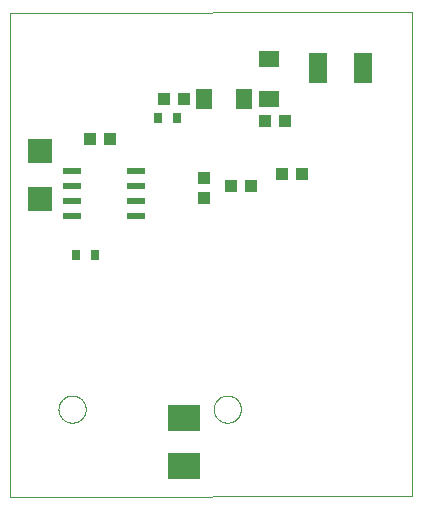
<source format=gtp>
G75*
%MOIN*%
%OFA0B0*%
%FSLAX25Y25*%
%IPPOS*%
%LPD*%
%AMOC8*
5,1,8,0,0,1.08239X$1,22.5*
%
%ADD10C,0.00000*%
%ADD11R,0.06000X0.10000*%
%ADD12R,0.03000X0.03800*%
%ADD13R,0.07874X0.07874*%
%ADD14R,0.11000X0.09000*%
%ADD15R,0.03937X0.04331*%
%ADD16R,0.04331X0.03937*%
%ADD17R,0.06300X0.02400*%
%ADD18R,0.07087X0.05512*%
%ADD19R,0.05512X0.07087*%
D10*
X0002200Y0012366D02*
X0002200Y0173783D01*
X0136255Y0173980D01*
X0136255Y0012563D01*
X0002200Y0012366D01*
X0018341Y0041618D02*
X0018343Y0041752D01*
X0018349Y0041886D01*
X0018359Y0042020D01*
X0018373Y0042154D01*
X0018391Y0042287D01*
X0018412Y0042419D01*
X0018438Y0042551D01*
X0018468Y0042682D01*
X0018501Y0042812D01*
X0018538Y0042940D01*
X0018580Y0043068D01*
X0018624Y0043195D01*
X0018673Y0043320D01*
X0018725Y0043443D01*
X0018781Y0043565D01*
X0018841Y0043686D01*
X0018904Y0043804D01*
X0018970Y0043921D01*
X0019040Y0044035D01*
X0019113Y0044148D01*
X0019190Y0044258D01*
X0019270Y0044366D01*
X0019353Y0044471D01*
X0019439Y0044574D01*
X0019528Y0044674D01*
X0019620Y0044772D01*
X0019715Y0044867D01*
X0019813Y0044959D01*
X0019913Y0045048D01*
X0020016Y0045134D01*
X0020121Y0045217D01*
X0020229Y0045297D01*
X0020339Y0045374D01*
X0020452Y0045447D01*
X0020566Y0045517D01*
X0020683Y0045583D01*
X0020801Y0045646D01*
X0020922Y0045706D01*
X0021044Y0045762D01*
X0021167Y0045814D01*
X0021292Y0045863D01*
X0021419Y0045907D01*
X0021547Y0045949D01*
X0021675Y0045986D01*
X0021805Y0046019D01*
X0021936Y0046049D01*
X0022068Y0046075D01*
X0022200Y0046096D01*
X0022333Y0046114D01*
X0022467Y0046128D01*
X0022601Y0046138D01*
X0022735Y0046144D01*
X0022869Y0046146D01*
X0023003Y0046144D01*
X0023137Y0046138D01*
X0023271Y0046128D01*
X0023405Y0046114D01*
X0023538Y0046096D01*
X0023670Y0046075D01*
X0023802Y0046049D01*
X0023933Y0046019D01*
X0024063Y0045986D01*
X0024191Y0045949D01*
X0024319Y0045907D01*
X0024446Y0045863D01*
X0024571Y0045814D01*
X0024694Y0045762D01*
X0024816Y0045706D01*
X0024937Y0045646D01*
X0025055Y0045583D01*
X0025172Y0045517D01*
X0025286Y0045447D01*
X0025399Y0045374D01*
X0025509Y0045297D01*
X0025617Y0045217D01*
X0025722Y0045134D01*
X0025825Y0045048D01*
X0025925Y0044959D01*
X0026023Y0044867D01*
X0026118Y0044772D01*
X0026210Y0044674D01*
X0026299Y0044574D01*
X0026385Y0044471D01*
X0026468Y0044366D01*
X0026548Y0044258D01*
X0026625Y0044148D01*
X0026698Y0044035D01*
X0026768Y0043921D01*
X0026834Y0043804D01*
X0026897Y0043686D01*
X0026957Y0043565D01*
X0027013Y0043443D01*
X0027065Y0043320D01*
X0027114Y0043195D01*
X0027158Y0043068D01*
X0027200Y0042940D01*
X0027237Y0042812D01*
X0027270Y0042682D01*
X0027300Y0042551D01*
X0027326Y0042419D01*
X0027347Y0042287D01*
X0027365Y0042154D01*
X0027379Y0042020D01*
X0027389Y0041886D01*
X0027395Y0041752D01*
X0027397Y0041618D01*
X0027395Y0041484D01*
X0027389Y0041350D01*
X0027379Y0041216D01*
X0027365Y0041082D01*
X0027347Y0040949D01*
X0027326Y0040817D01*
X0027300Y0040685D01*
X0027270Y0040554D01*
X0027237Y0040424D01*
X0027200Y0040296D01*
X0027158Y0040168D01*
X0027114Y0040041D01*
X0027065Y0039916D01*
X0027013Y0039793D01*
X0026957Y0039671D01*
X0026897Y0039550D01*
X0026834Y0039432D01*
X0026768Y0039315D01*
X0026698Y0039201D01*
X0026625Y0039088D01*
X0026548Y0038978D01*
X0026468Y0038870D01*
X0026385Y0038765D01*
X0026299Y0038662D01*
X0026210Y0038562D01*
X0026118Y0038464D01*
X0026023Y0038369D01*
X0025925Y0038277D01*
X0025825Y0038188D01*
X0025722Y0038102D01*
X0025617Y0038019D01*
X0025509Y0037939D01*
X0025399Y0037862D01*
X0025286Y0037789D01*
X0025172Y0037719D01*
X0025055Y0037653D01*
X0024937Y0037590D01*
X0024816Y0037530D01*
X0024694Y0037474D01*
X0024571Y0037422D01*
X0024446Y0037373D01*
X0024319Y0037329D01*
X0024191Y0037287D01*
X0024063Y0037250D01*
X0023933Y0037217D01*
X0023802Y0037187D01*
X0023670Y0037161D01*
X0023538Y0037140D01*
X0023405Y0037122D01*
X0023271Y0037108D01*
X0023137Y0037098D01*
X0023003Y0037092D01*
X0022869Y0037090D01*
X0022735Y0037092D01*
X0022601Y0037098D01*
X0022467Y0037108D01*
X0022333Y0037122D01*
X0022200Y0037140D01*
X0022068Y0037161D01*
X0021936Y0037187D01*
X0021805Y0037217D01*
X0021675Y0037250D01*
X0021547Y0037287D01*
X0021419Y0037329D01*
X0021292Y0037373D01*
X0021167Y0037422D01*
X0021044Y0037474D01*
X0020922Y0037530D01*
X0020801Y0037590D01*
X0020683Y0037653D01*
X0020566Y0037719D01*
X0020452Y0037789D01*
X0020339Y0037862D01*
X0020229Y0037939D01*
X0020121Y0038019D01*
X0020016Y0038102D01*
X0019913Y0038188D01*
X0019813Y0038277D01*
X0019715Y0038369D01*
X0019620Y0038464D01*
X0019528Y0038562D01*
X0019439Y0038662D01*
X0019353Y0038765D01*
X0019270Y0038870D01*
X0019190Y0038978D01*
X0019113Y0039088D01*
X0019040Y0039201D01*
X0018970Y0039315D01*
X0018904Y0039432D01*
X0018841Y0039550D01*
X0018781Y0039671D01*
X0018725Y0039793D01*
X0018673Y0039916D01*
X0018624Y0040041D01*
X0018580Y0040168D01*
X0018538Y0040296D01*
X0018501Y0040424D01*
X0018468Y0040554D01*
X0018438Y0040685D01*
X0018412Y0040817D01*
X0018391Y0040949D01*
X0018373Y0041082D01*
X0018359Y0041216D01*
X0018349Y0041350D01*
X0018343Y0041484D01*
X0018341Y0041618D01*
X0070074Y0041618D02*
X0070076Y0041752D01*
X0070082Y0041886D01*
X0070092Y0042020D01*
X0070106Y0042154D01*
X0070124Y0042287D01*
X0070145Y0042419D01*
X0070171Y0042551D01*
X0070201Y0042682D01*
X0070234Y0042812D01*
X0070271Y0042940D01*
X0070313Y0043068D01*
X0070357Y0043195D01*
X0070406Y0043320D01*
X0070458Y0043443D01*
X0070514Y0043565D01*
X0070574Y0043686D01*
X0070637Y0043804D01*
X0070703Y0043921D01*
X0070773Y0044035D01*
X0070846Y0044148D01*
X0070923Y0044258D01*
X0071003Y0044366D01*
X0071086Y0044471D01*
X0071172Y0044574D01*
X0071261Y0044674D01*
X0071353Y0044772D01*
X0071448Y0044867D01*
X0071546Y0044959D01*
X0071646Y0045048D01*
X0071749Y0045134D01*
X0071854Y0045217D01*
X0071962Y0045297D01*
X0072072Y0045374D01*
X0072185Y0045447D01*
X0072299Y0045517D01*
X0072416Y0045583D01*
X0072534Y0045646D01*
X0072655Y0045706D01*
X0072777Y0045762D01*
X0072900Y0045814D01*
X0073025Y0045863D01*
X0073152Y0045907D01*
X0073280Y0045949D01*
X0073408Y0045986D01*
X0073538Y0046019D01*
X0073669Y0046049D01*
X0073801Y0046075D01*
X0073933Y0046096D01*
X0074066Y0046114D01*
X0074200Y0046128D01*
X0074334Y0046138D01*
X0074468Y0046144D01*
X0074602Y0046146D01*
X0074736Y0046144D01*
X0074870Y0046138D01*
X0075004Y0046128D01*
X0075138Y0046114D01*
X0075271Y0046096D01*
X0075403Y0046075D01*
X0075535Y0046049D01*
X0075666Y0046019D01*
X0075796Y0045986D01*
X0075924Y0045949D01*
X0076052Y0045907D01*
X0076179Y0045863D01*
X0076304Y0045814D01*
X0076427Y0045762D01*
X0076549Y0045706D01*
X0076670Y0045646D01*
X0076788Y0045583D01*
X0076905Y0045517D01*
X0077019Y0045447D01*
X0077132Y0045374D01*
X0077242Y0045297D01*
X0077350Y0045217D01*
X0077455Y0045134D01*
X0077558Y0045048D01*
X0077658Y0044959D01*
X0077756Y0044867D01*
X0077851Y0044772D01*
X0077943Y0044674D01*
X0078032Y0044574D01*
X0078118Y0044471D01*
X0078201Y0044366D01*
X0078281Y0044258D01*
X0078358Y0044148D01*
X0078431Y0044035D01*
X0078501Y0043921D01*
X0078567Y0043804D01*
X0078630Y0043686D01*
X0078690Y0043565D01*
X0078746Y0043443D01*
X0078798Y0043320D01*
X0078847Y0043195D01*
X0078891Y0043068D01*
X0078933Y0042940D01*
X0078970Y0042812D01*
X0079003Y0042682D01*
X0079033Y0042551D01*
X0079059Y0042419D01*
X0079080Y0042287D01*
X0079098Y0042154D01*
X0079112Y0042020D01*
X0079122Y0041886D01*
X0079128Y0041752D01*
X0079130Y0041618D01*
X0079128Y0041484D01*
X0079122Y0041350D01*
X0079112Y0041216D01*
X0079098Y0041082D01*
X0079080Y0040949D01*
X0079059Y0040817D01*
X0079033Y0040685D01*
X0079003Y0040554D01*
X0078970Y0040424D01*
X0078933Y0040296D01*
X0078891Y0040168D01*
X0078847Y0040041D01*
X0078798Y0039916D01*
X0078746Y0039793D01*
X0078690Y0039671D01*
X0078630Y0039550D01*
X0078567Y0039432D01*
X0078501Y0039315D01*
X0078431Y0039201D01*
X0078358Y0039088D01*
X0078281Y0038978D01*
X0078201Y0038870D01*
X0078118Y0038765D01*
X0078032Y0038662D01*
X0077943Y0038562D01*
X0077851Y0038464D01*
X0077756Y0038369D01*
X0077658Y0038277D01*
X0077558Y0038188D01*
X0077455Y0038102D01*
X0077350Y0038019D01*
X0077242Y0037939D01*
X0077132Y0037862D01*
X0077019Y0037789D01*
X0076905Y0037719D01*
X0076788Y0037653D01*
X0076670Y0037590D01*
X0076549Y0037530D01*
X0076427Y0037474D01*
X0076304Y0037422D01*
X0076179Y0037373D01*
X0076052Y0037329D01*
X0075924Y0037287D01*
X0075796Y0037250D01*
X0075666Y0037217D01*
X0075535Y0037187D01*
X0075403Y0037161D01*
X0075271Y0037140D01*
X0075138Y0037122D01*
X0075004Y0037108D01*
X0074870Y0037098D01*
X0074736Y0037092D01*
X0074602Y0037090D01*
X0074468Y0037092D01*
X0074334Y0037098D01*
X0074200Y0037108D01*
X0074066Y0037122D01*
X0073933Y0037140D01*
X0073801Y0037161D01*
X0073669Y0037187D01*
X0073538Y0037217D01*
X0073408Y0037250D01*
X0073280Y0037287D01*
X0073152Y0037329D01*
X0073025Y0037373D01*
X0072900Y0037422D01*
X0072777Y0037474D01*
X0072655Y0037530D01*
X0072534Y0037590D01*
X0072416Y0037653D01*
X0072299Y0037719D01*
X0072185Y0037789D01*
X0072072Y0037862D01*
X0071962Y0037939D01*
X0071854Y0038019D01*
X0071749Y0038102D01*
X0071646Y0038188D01*
X0071546Y0038277D01*
X0071448Y0038369D01*
X0071353Y0038464D01*
X0071261Y0038562D01*
X0071172Y0038662D01*
X0071086Y0038765D01*
X0071003Y0038870D01*
X0070923Y0038978D01*
X0070846Y0039088D01*
X0070773Y0039201D01*
X0070703Y0039315D01*
X0070637Y0039432D01*
X0070574Y0039550D01*
X0070514Y0039671D01*
X0070458Y0039793D01*
X0070406Y0039916D01*
X0070357Y0040041D01*
X0070313Y0040168D01*
X0070271Y0040296D01*
X0070234Y0040424D01*
X0070201Y0040554D01*
X0070171Y0040685D01*
X0070145Y0040817D01*
X0070124Y0040949D01*
X0070106Y0041082D01*
X0070092Y0041216D01*
X0070082Y0041350D01*
X0070076Y0041484D01*
X0070074Y0041618D01*
D11*
X0104936Y0155201D03*
X0119936Y0155201D03*
D12*
X0057741Y0138547D03*
X0051541Y0138547D03*
X0030497Y0093035D03*
X0024297Y0093035D03*
D13*
X0012239Y0111776D03*
X0012239Y0127524D03*
D14*
X0060271Y0038728D03*
X0060271Y0022618D03*
D15*
X0075980Y0115949D03*
X0082672Y0115949D03*
X0092948Y0120043D03*
X0099641Y0120043D03*
X0093893Y0137524D03*
X0087200Y0137524D03*
X0060192Y0144925D03*
X0053499Y0144925D03*
X0035625Y0131815D03*
X0028932Y0131815D03*
D16*
X0067003Y0118587D03*
X0067003Y0111894D03*
D17*
X0044060Y0111087D03*
X0044060Y0116087D03*
X0044060Y0121087D03*
X0044060Y0106087D03*
X0022860Y0106087D03*
X0022860Y0111087D03*
X0022860Y0116087D03*
X0022860Y0121087D03*
D18*
X0088539Y0145004D03*
X0088539Y0158390D03*
D19*
X0080310Y0144925D03*
X0066924Y0144925D03*
M02*

</source>
